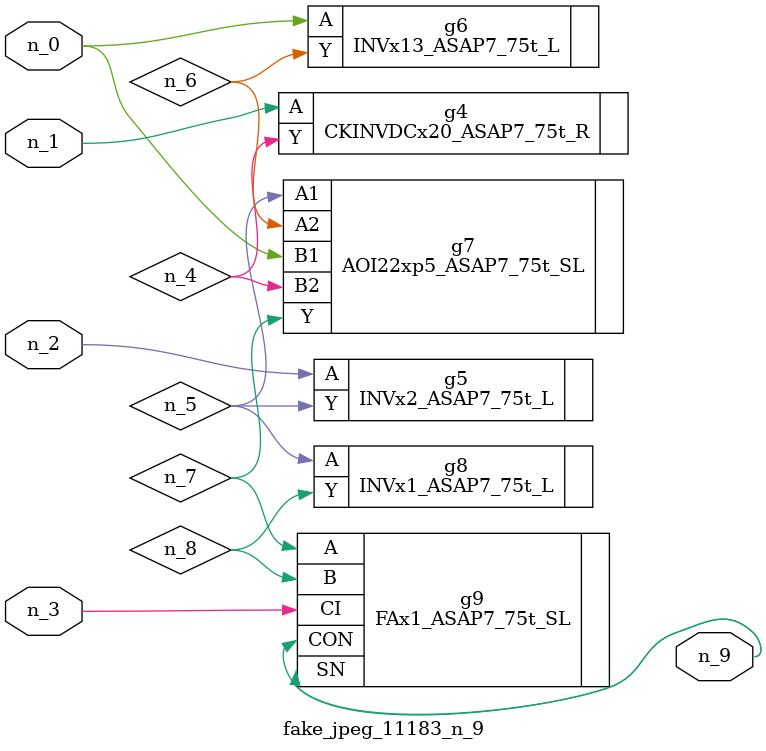
<source format=v>
module fake_jpeg_11183_n_9 (n_0, n_3, n_2, n_1, n_9);

input n_0;
input n_3;
input n_2;
input n_1;

output n_9;

wire n_4;
wire n_8;
wire n_6;
wire n_5;
wire n_7;

CKINVDCx20_ASAP7_75t_R g4 ( 
.A(n_1),
.Y(n_4)
);

INVx2_ASAP7_75t_L g5 ( 
.A(n_2),
.Y(n_5)
);

INVx13_ASAP7_75t_L g6 ( 
.A(n_0),
.Y(n_6)
);

AOI22xp5_ASAP7_75t_SL g7 ( 
.A1(n_5),
.A2(n_6),
.B1(n_0),
.B2(n_4),
.Y(n_7)
);

FAx1_ASAP7_75t_SL g9 ( 
.A(n_7),
.B(n_8),
.CI(n_3),
.CON(n_9),
.SN(n_9)
);

INVx1_ASAP7_75t_L g8 ( 
.A(n_5),
.Y(n_8)
);


endmodule
</source>
